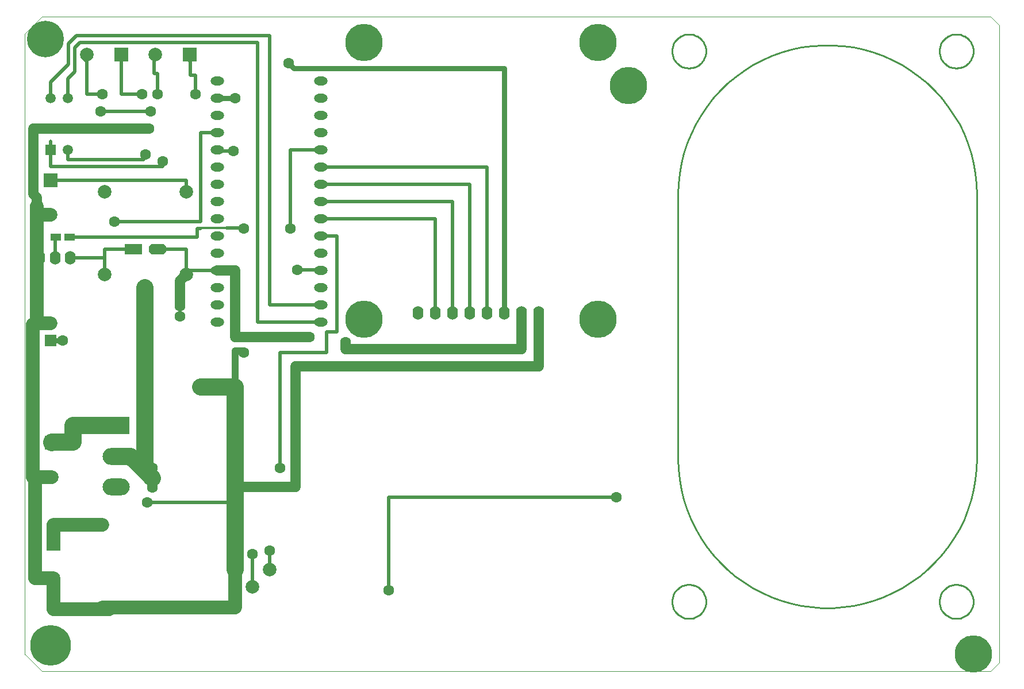
<source format=gbl>
%FSTAX23Y23*%
%MOIN*%
%SFA1B1*%

%IPPOS*%
%AMD49*
4,1,8,0.049200,-0.015300,0.049200,0.015300,0.034000,0.030500,-0.034000,0.030500,-0.049200,0.015300,-0.049200,-0.015300,-0.034000,-0.030500,0.034000,-0.030500,0.049200,-0.015300,0.0*
%
%ADD10C,0.010000*%
%ADD11R,0.059060X0.039370*%
%ADD25C,0.019690*%
%ADD26C,0.078740*%
%ADD27C,0.039370*%
%ADD28C,0.031500*%
%ADD29C,0.059060*%
%ADD30C,0.003940*%
%ADD32O,0.078740X0.051180*%
%ADD33O,0.062990X0.078740*%
%ADD34C,0.216540*%
%ADD35R,0.078740X0.078740*%
%ADD36C,0.078740*%
%ADD37R,0.078740X0.078740*%
%ADD38O,0.062990X0.078740*%
%ADD39R,0.157480X0.098430*%
%ADD40O,0.157480X0.098430*%
%ADD41C,0.059060*%
%ADD42R,0.059060X0.059060*%
%ADD43R,0.070870X0.070870*%
%ADD44C,0.070870*%
%ADD45C,0.236220*%
%ADD46C,0.212600*%
%ADD47C,0.062990*%
%ADD48R,0.098430X0.061020*%
G04~CAMADD=49~4~0.0~0.0~610.2~984.3~0.0~152.6~0~0.0~0.0~0.0~0.0~0~0.0~0.0~0.0~0.0~0~0.0~0.0~0.0~270.0~984.0~610.0*
%ADD49D49*%
%ADD50C,0.011810*%
%ADD51C,0.100000*%
%ADD52C,0.098430*%
%LNÃÅ½ûÏµÍ³-1*%
%LPD*%
G54D10*
X0552Y02769D02*
D01*
X05518Y02829*
X05511Y02889*
X05501Y02949*
X05486Y03008*
X05468Y03065*
X05445Y03121*
X05419Y03175*
X05388Y03228*
X05354Y03278*
X05317Y03326*
X05277Y03371*
X05233Y03413*
X05187Y03451*
X05138Y03487*
X05087Y03519*
X05033Y03547*
X04978Y03572*
X04921Y03593*
X04863Y03609*
X04804Y03622*
X04744Y0363*
X04684Y03634*
X04624*
X04563Y0363*
X04503Y03622*
X04444Y03609*
X04386Y03593*
X04329Y03572*
X04274Y03547*
X04221Y03519*
X04169Y03487*
X04121Y03451*
X04074Y03413*
X04031Y03371*
X0399Y03326*
X03953Y03278*
X03919Y03228*
X03889Y03175*
X03862Y03121*
X0384Y03065*
X03821Y03008*
X03807Y02949*
X03796Y02889*
X0379Y02829*
X03788Y02769*
Y01233D02*
D01*
X0379Y01173*
X03796Y01113*
X03807Y01053*
X03821Y00995*
X0384Y00937*
X03862Y00881*
X03889Y00827*
X03919Y00774*
X03953Y00724*
X0399Y00677*
X04031Y00632*
X04074Y0059*
X04121Y00551*
X04169Y00515*
X04221Y00483*
X04274Y00455*
X04329Y0043*
X04386Y0041*
X04444Y00393*
X04503Y0038*
X04563Y00372*
X04624Y00368*
X04684*
X04744Y00372*
X04804Y0038*
X04863Y00393*
X04921Y0041*
X04978Y0043*
X05033Y00455*
X05087Y00483*
X05138Y00515*
X05187Y00551*
X05233Y0059*
X05277Y00632*
X05317Y00677*
X05354Y00724*
X05388Y00774*
X05419Y00827*
X05445Y00881*
X05468Y00937*
X05486Y00995*
X05501Y01053*
X05511Y01113*
X05518Y01173*
X0552Y01233*
X0395Y036D02*
D01*
X03949Y03606*
X03949Y03613*
X03947Y0362*
X03946Y03627*
X03944Y03633*
X03941Y0364*
X03938Y03646*
X03935Y03652*
X03931Y03657*
X03926Y03663*
X03922Y03668*
X03917Y03673*
X03912Y03677*
X03906Y03681*
X039Y03685*
X03894Y03688*
X03888Y03691*
X03881Y03693*
X03875Y03695*
X03868Y03696*
X03861Y03697*
X03855Y03698*
X03848*
X03841Y03697*
X03834Y03696*
X03827Y03695*
X03821Y03693*
X03814Y03691*
X03808Y03688*
X03802Y03685*
X03796Y03681*
X0379Y03677*
X03785Y03673*
X0378Y03668*
X03776Y03663*
X03771Y03657*
X03768Y03652*
X03764Y03646*
X03761Y0364*
X03759Y03633*
X03756Y03627*
X03755Y0362*
X03754Y03613*
X03753Y03606*
X03753Y036*
X03753Y03593*
X03754Y03586*
X03755Y03579*
X03756Y03572*
X03759Y03566*
X03761Y03559*
X03764Y03553*
X03768Y03547*
X03771Y03542*
X03776Y03536*
X0378Y03531*
X03785Y03526*
X0379Y03522*
X03796Y03518*
X03802Y03514*
X03808Y03511*
X03814Y03508*
X03821Y03506*
X03827Y03504*
X03834Y03503*
X03841Y03502*
X03848Y03501*
X03855*
X03861Y03502*
X03868Y03503*
X03875Y03504*
X03881Y03506*
X03888Y03508*
X03894Y03511*
X039Y03514*
X03906Y03518*
X03912Y03522*
X03917Y03526*
X03922Y03531*
X03926Y03536*
X03931Y03542*
X03935Y03547*
X03938Y03553*
X03941Y03559*
X03944Y03566*
X03946Y03572*
X03947Y03579*
X03949Y03586*
X03949Y03593*
X0395Y036*
Y00404D02*
D01*
X03949Y00411*
X03949Y00418*
X03947Y00424*
X03946Y00431*
X03944Y00437*
X03941Y00444*
X03938Y0045*
X03935Y00456*
X03931Y00462*
X03926Y00467*
X03922Y00472*
X03917Y00477*
X03912Y00481*
X03906Y00485*
X039Y00489*
X03894Y00492*
X03888Y00495*
X03881Y00497*
X03875Y00499*
X03868Y00501*
X03861Y00502*
X03855Y00502*
X03848*
X03841Y00502*
X03834Y00501*
X03827Y00499*
X03821Y00497*
X03814Y00495*
X03808Y00492*
X03802Y00489*
X03796Y00485*
X0379Y00481*
X03785Y00477*
X0378Y00472*
X03776Y00467*
X03771Y00462*
X03768Y00456*
X03764Y0045*
X03761Y00444*
X03759Y00437*
X03756Y00431*
X03755Y00424*
X03754Y00418*
X03753Y00411*
X03753Y00404*
X03753Y00397*
X03754Y0039*
X03755Y00383*
X03756Y00377*
X03759Y0037*
X03761Y00364*
X03764Y00358*
X03768Y00352*
X03771Y00346*
X03776Y00341*
X0378Y00335*
X03785Y00331*
X0379Y00326*
X03796Y00322*
X03802Y00319*
X03808Y00315*
X03814Y00313*
X03821Y0031*
X03827Y00308*
X03834Y00307*
X03841Y00306*
X03848Y00305*
X03855*
X03861Y00306*
X03868Y00307*
X03875Y00308*
X03881Y0031*
X03888Y00313*
X03894Y00315*
X039Y00319*
X03906Y00322*
X03912Y00326*
X03917Y00331*
X03922Y00335*
X03926Y00341*
X03931Y00346*
X03935Y00352*
X03938Y00358*
X03941Y00364*
X03944Y0037*
X03946Y00377*
X03947Y00383*
X03949Y0039*
X03949Y00397*
X0395Y00404*
X055D02*
D01*
X05499Y00411*
X05499Y00418*
X05497Y00424*
X05496Y00431*
X05494Y00437*
X05491Y00444*
X05488Y0045*
X05485Y00456*
X05481Y00462*
X05476Y00467*
X05472Y00472*
X05467Y00477*
X05462Y00481*
X05456Y00485*
X0545Y00489*
X05444Y00492*
X05438Y00495*
X05431Y00497*
X05425Y00499*
X05418Y00501*
X05411Y00502*
X05405Y00502*
X05398*
X05391Y00502*
X05384Y00501*
X05377Y00499*
X05371Y00497*
X05364Y00495*
X05358Y00492*
X05352Y00489*
X05346Y00485*
X0534Y00481*
X05335Y00477*
X0533Y00472*
X05326Y00467*
X05321Y00462*
X05318Y00456*
X05314Y0045*
X05311Y00444*
X05309Y00437*
X05306Y00431*
X05305Y00424*
X05304Y00418*
X05303Y00411*
X05303Y00404*
X05303Y00397*
X05304Y0039*
X05305Y00383*
X05306Y00377*
X05309Y0037*
X05311Y00364*
X05314Y00358*
X05318Y00352*
X05321Y00346*
X05326Y00341*
X0533Y00335*
X05335Y00331*
X0534Y00326*
X05346Y00322*
X05352Y00319*
X05358Y00315*
X05364Y00313*
X05371Y0031*
X05377Y00308*
X05384Y00307*
X05391Y00306*
X05398Y00305*
X05405*
X05411Y00306*
X05418Y00307*
X05425Y00308*
X05431Y0031*
X05438Y00313*
X05444Y00315*
X0545Y00319*
X05456Y00322*
X05462Y00326*
X05467Y00331*
X05472Y00335*
X05476Y00341*
X05481Y00346*
X05485Y00352*
X05488Y00358*
X05491Y00364*
X05494Y0037*
X05496Y00377*
X05497Y00383*
X05499Y0039*
X05499Y00397*
X055Y00404*
Y036D02*
D01*
X05499Y03606*
X05499Y03613*
X05497Y0362*
X05496Y03627*
X05494Y03633*
X05491Y0364*
X05488Y03646*
X05485Y03652*
X05481Y03657*
X05476Y03663*
X05472Y03668*
X05467Y03673*
X05462Y03677*
X05456Y03681*
X0545Y03685*
X05444Y03688*
X05438Y03691*
X05431Y03693*
X05425Y03695*
X05418Y03696*
X05411Y03697*
X05405Y03698*
X05398*
X05391Y03697*
X05384Y03696*
X05377Y03695*
X05371Y03693*
X05364Y03691*
X05358Y03688*
X05352Y03685*
X05346Y03681*
X0534Y03677*
X05335Y03673*
X0533Y03668*
X05326Y03663*
X05321Y03657*
X05318Y03652*
X05314Y03646*
X05311Y0364*
X05309Y03633*
X05306Y03627*
X05305Y0362*
X05304Y03613*
X05303Y03606*
X05303Y036*
X05303Y03593*
X05304Y03586*
X05305Y03579*
X05306Y03572*
X05309Y03566*
X05311Y03559*
X05314Y03553*
X05318Y03547*
X05321Y03542*
X05326Y03536*
X0533Y03531*
X05335Y03526*
X0534Y03522*
X05346Y03518*
X05352Y03514*
X05358Y03511*
X05364Y03508*
X05371Y03506*
X05377Y03504*
X05384Y03503*
X05391Y03502*
X05398Y03501*
X05405*
X05411Y03502*
X05418Y03503*
X05425Y03504*
X05431Y03506*
X05438Y03508*
X05444Y03511*
X0545Y03514*
X05456Y03518*
X05462Y03522*
X05467Y03526*
X05472Y03531*
X05476Y03536*
X05481Y03542*
X05485Y03547*
X05488Y03553*
X05491Y03559*
X05494Y03566*
X05496Y03572*
X05497Y03579*
X05499Y03586*
X05499Y03593*
X055Y036*
X03788Y01233D02*
Y02769D01*
X0552Y01233D02*
Y02769D01*
G54D11*
X00179Y0252D03*
X0026D03*
G54D25*
X0077Y0335D02*
Y0347D01*
X0099Y0335D02*
Y0346D01*
X0015Y0285D02*
Y0285D01*
X00936Y02784D02*
Y0285D01*
X0015D02*
X00936D01*
X00463Y02303D02*
Y024D01*
X00264D02*
X00463D01*
Y0245D02*
X0063D01*
X00463Y024D02*
Y0245D01*
X0077D02*
X00936D01*
Y02303D02*
Y02325D01*
Y0245*
X00175Y024D02*
Y0252D01*
X0026D02*
X01D01*
Y0257*
X0102*
X0132Y0049D02*
Y0068D01*
X0211Y0047D02*
Y0101D01*
X0343*
X0142Y0059D02*
Y007D01*
X0044Y0325D02*
X0073D01*
X0102Y03125D02*
X011D01*
X0102Y0261D02*
Y03125D01*
X0053Y0261D02*
X0102D01*
X0071Y0098D02*
X0122D01*
X02379Y02081D02*
Y02625D01*
X017D02*
X02379D01*
X017Y02725D02*
X02479D01*
Y02081D02*
Y02725D01*
X02579Y02081D02*
Y02825D01*
X017D02*
X02579D01*
X02679Y02081D02*
Y02925D01*
X017D02*
X02679D01*
X0122Y0096D02*
Y0098D01*
X011Y0302D02*
Y03025D01*
Y0302D02*
X0121D01*
X0142Y02125D02*
X017D01*
X0117Y02574D02*
X0125D01*
X0135Y02025D02*
X017D01*
X0154Y0257D02*
Y03025D01*
X017*
X0158Y0233D02*
X017D01*
X00936Y02325D02*
X011D01*
X0025Y0297D02*
Y03025D01*
Y0297D02*
X0069D01*
X0015Y0293D02*
Y03025D01*
Y03075*
Y0293D02*
X008D01*
X0135Y02025D02*
Y0365D01*
X0142Y02125D02*
Y0369D01*
X0025Y03325D02*
Y0344D01*
X0096Y0346D02*
X0099D01*
X0096D02*
Y0354D01*
X00925Y03575D02*
X0096Y0354D01*
X0075Y0347D02*
X0077D01*
X0075D02*
Y0355D01*
X00725Y03575D02*
X0075Y0355D01*
X0056Y0335D02*
X0068D01*
X0056D02*
Y0354D01*
X0036Y0335D02*
X0045D01*
X0036D02*
Y0354D01*
X0034Y0356D02*
X0036Y0354D01*
X0032Y0365D02*
X0135D01*
X0025Y0344D02*
X0029Y0348D01*
Y0362*
X0032Y0365*
X0015Y03325D02*
Y0342D01*
X00252Y03522D02*
Y03642D01*
X0015Y0342D02*
X00252Y03522D01*
Y03642D02*
X003Y0369D01*
X0142*
X01479Y0185D02*
X0175D01*
X01479Y0117D02*
Y0118D01*
Y0185*
X017Y02525D02*
X01715D01*
X0181*
X0175Y0185D02*
Y0197D01*
X0181*
Y02525*
G54D26*
X0007Y0202D02*
X0015D01*
X0007Y02012D02*
Y0202D01*
X00165Y0036D02*
Y0054D01*
Y0074D02*
Y0085D01*
X0045*
X00165Y0036D02*
X0042D01*
X0049*
X0122Y0037D02*
Y0059D01*
Y006*
X0007Y0265D02*
X0015D01*
X0007D02*
Y027D01*
X0006Y0054D02*
X00165D01*
X0006D02*
Y01125D01*
X00155*
X0007Y0202D02*
Y0265D01*
X0045Y0037D02*
X0122D01*
X00047Y01125D02*
X0006D01*
X00047D02*
Y02012D01*
X0007*
G54D27*
X0122Y0186D02*
X0126D01*
X0122Y0165D02*
Y0186D01*
G54D28*
X0015Y0192D02*
X0022D01*
X011Y03325D02*
X0122D01*
X0153Y0353D02*
X0156Y035D01*
X02779*
Y02081D02*
Y035D01*
G54D29*
X009Y0212D02*
Y02267D01*
X00936Y02303*
X0007Y0265D02*
Y0275D01*
X0005Y0277D02*
X0007Y0275D01*
X0005Y0315D02*
X0072D01*
X0122Y0194D02*
X0165D01*
X0122D02*
Y02325D01*
X0005Y0277D02*
Y0315D01*
X02979Y0177D02*
Y02081D01*
X0157Y0107D02*
Y0177D01*
X0122Y0107D02*
Y0108D01*
Y0107D02*
X0157D01*
X0186Y019D02*
Y0191D01*
X01115Y02325D02*
X0122D01*
X0157Y0177D02*
X02979D01*
X02879Y0187D02*
Y02081D01*
X0186Y0187D02*
Y01886D01*
Y0187D02*
X02879D01*
G54D30*
X0Y037D02*
X001Y038D01*
X056*
X0Y00096D02*
Y037D01*
X001Y0D02*
X056D01*
X0Y001D02*
X001Y0D01*
X056D02*
X0565Y0005D01*
Y0375*
X056Y038D02*
X0565Y0375D01*
G54D32*
X01115Y02025D03*
Y02125D03*
Y02225D03*
Y02325D03*
Y02425D03*
Y02525D03*
Y02625D03*
Y02725D03*
Y02825D03*
Y02925D03*
Y03025D03*
Y03125D03*
Y03225D03*
Y03325D03*
Y03425D03*
X01715D03*
Y03325D03*
Y03225D03*
Y03125D03*
Y03025D03*
Y02925D03*
Y02825D03*
Y02725D03*
Y02625D03*
Y02525D03*
Y02425D03*
Y02325D03*
Y02225D03*
Y02125D03*
Y02025D03*
G54D33*
X02979Y02081D03*
X02879D03*
X02779D03*
X02679D03*
X02579D03*
X02479D03*
X02379D03*
X02279D03*
X00264Y024D03*
X00175D03*
G54D34*
X01965Y02042D03*
X03322D03*
X01965Y03651D03*
X03322D03*
X055Y001D03*
X035Y034D03*
G54D35*
X00155Y01325D03*
X0015Y0285D03*
X00165Y0074D03*
G54D36*
X00155Y01125D03*
X0036Y0358D03*
X00755D03*
X0132Y0049D03*
X0142Y0059D03*
X0122D03*
X0015Y0265D03*
X00165Y0054D03*
X00936Y02303D03*
X00463D03*
X00936Y02784D03*
X00463D03*
X007Y02225D03*
G54D37*
X0056Y0358D03*
X00955D03*
G54D38*
X00085Y024D03*
G54D39*
X0053Y01425D03*
D03*
G54D40*
X0053Y0107D03*
Y01247D03*
G54D41*
X0025Y03325D03*
X0015D03*
X0025Y03025D03*
G54D42*
X0015Y03025D03*
G54D43*
X0015Y0192D03*
G54D44*
X0015Y0202D03*
G54D45*
X0015Y0015D03*
G54D46*
X0012Y0367D03*
G54D47*
X0045Y0335D03*
X0068D03*
X0077D03*
X0099D03*
X0074Y0118D03*
Y0112D03*
X0041Y0085D03*
X0036D03*
X0042Y0036D03*
X0049D03*
X0132Y0068D03*
X0211Y0047D03*
X0343Y0101D03*
X0142Y007D03*
X0102Y0165D03*
X009Y0212D03*
Y0206D03*
X0022Y0192D03*
X0072Y0315D03*
X0073Y0325D03*
X0044D03*
X0052Y0261D03*
X0071Y0098D03*
X0074Y01065D03*
X0121Y0302D03*
X0127Y0257D03*
X0154D03*
X0122Y03325D03*
X0153Y0353D03*
X0158Y0233D03*
X0165Y0194D03*
X0127Y0185D03*
X008Y0296D03*
X007Y03D03*
X01479Y0118D03*
X0122Y0099D03*
X0005Y0169D03*
X0186Y0191D03*
G54D48*
X0063Y0245D03*
G54D49*
X0077Y0245D03*
G54D50*
X0102Y0257D02*
Y02574D01*
X0117*
G54D51*
X0053Y01247D02*
X00612D01*
X00695Y01165*
X0074Y0112*
X00695Y01165D02*
Y02225D01*
X00155Y01325D02*
Y0133D01*
X0028Y01425D02*
X0029D01*
X00155Y0133D02*
X0028D01*
X0029Y01425D02*
X0053D01*
X0028Y0133D02*
Y01425D01*
G54D52*
X0122Y0059D02*
Y0096D01*
X0102Y0165D02*
X0122D01*
Y0098D02*
Y0107D01*
Y0108D02*
Y0165D01*
M02*
</source>
